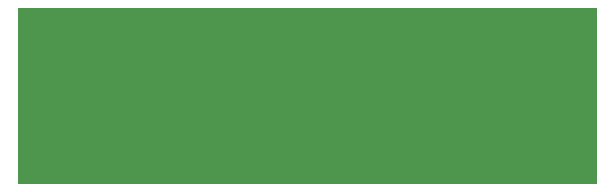
<source format=gbr>
%TF.GenerationSoftware,KiCad,Pcbnew,8.0.7-rc1-202412020537~5dd4718db0~ubuntu22.04.1*%
%TF.CreationDate,2025-02-21T12:43:02+01:00*%
%TF.ProjectId,si-simulation-test-board,44494646-5f50-44e2-9e6b-696361645f70,1.0.1*%
%TF.SameCoordinates,Original*%
%TF.FileFunction,Copper,L3,Inr*%
%TF.FilePolarity,Positive*%
%FSLAX46Y46*%
G04 Gerber Fmt 4.6, Leading zero omitted, Abs format (unit mm)*
G04 Created by KiCad (PCBNEW 8.0.7-rc1-202412020537~5dd4718db0~ubuntu22.04.1) date 2025-02-21 12:43:02*
%MOMM*%
%LPD*%
G01*
G04 APERTURE LIST*
%TA.AperFunction,ViaPad*%
%ADD10C,0.550000*%
%TD*%
G04 APERTURE END LIST*
D10*
%TO.N,GND*%
X140200000Y-114350000D03*
X121960000Y-117215000D03*
X108000000Y-117815000D03*
X126560000Y-117215000D03*
X118500000Y-117215000D03*
X127600000Y-117215000D03*
X140200000Y-108900000D03*
X141725000Y-114375000D03*
X129973654Y-117788654D03*
X115160000Y-117215000D03*
X119660000Y-117215000D03*
X123100000Y-117215000D03*
X114000000Y-117215000D03*
X98100000Y-114368973D03*
X132381000Y-106768000D03*
X116300000Y-117215000D03*
X125400000Y-117215000D03*
X120616000Y-105327000D03*
X124260000Y-117215000D03*
X112860000Y-117215000D03*
X98100000Y-108975000D03*
X120621000Y-106658000D03*
X117460000Y-117215000D03*
X96325000Y-108975000D03*
X110560000Y-117215000D03*
X96325000Y-114368973D03*
X109400000Y-117215000D03*
X128760000Y-117215000D03*
X141725000Y-108925000D03*
X120800000Y-117215000D03*
X111700000Y-117215000D03*
%TD*%
%TA.AperFunction,Conductor*%
%TO.N,GND*%
G36*
X143503326Y-104214174D02*
G01*
X143525000Y-104266500D01*
X143525000Y-119062473D01*
X143503326Y-119114799D01*
X143451000Y-119136473D01*
X94574000Y-119136473D01*
X94521674Y-119114799D01*
X94500000Y-119062473D01*
X94500000Y-104266500D01*
X94521674Y-104214174D01*
X94574000Y-104192500D01*
X143451000Y-104192500D01*
X143503326Y-104214174D01*
G37*
%TD.AperFunction*%
%TD*%
M02*

</source>
